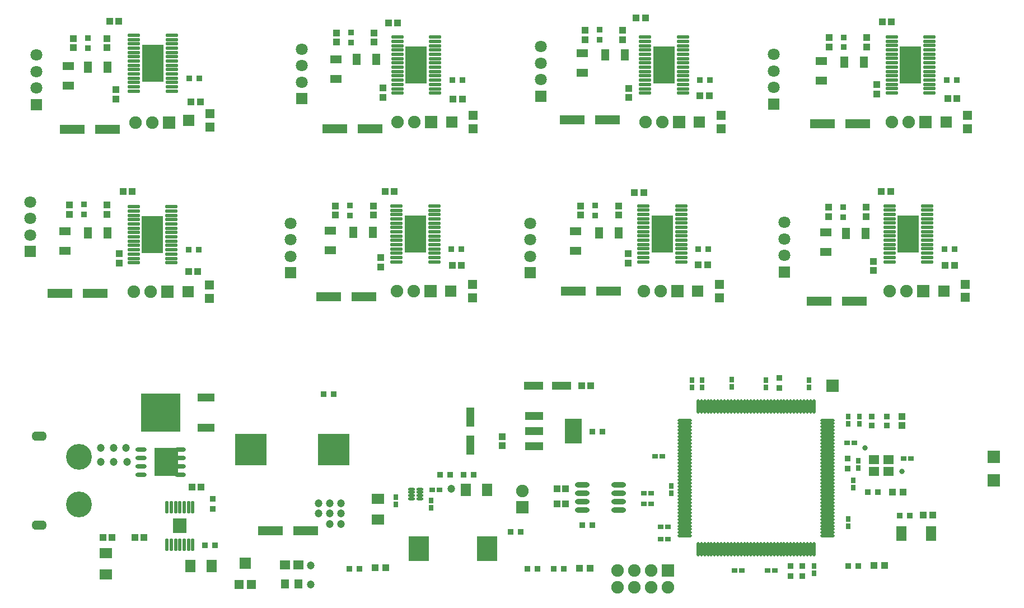
<source format=gts>
G04 Layer_Color=8388736*
%FSLAX25Y25*%
%MOIN*%
G70*
G01*
G75*
%ADD98R,0.04343X0.03950*%
%ADD99R,0.07097X0.05154*%
%ADD100R,0.03575X0.03802*%
%ADD101R,0.03950X0.04343*%
%ADD102R,0.03950X0.03950*%
%ADD103R,0.14579X0.05524*%
%ADD104R,0.04859X0.05821*%
%ADD105R,0.05951X0.05715*%
%ADD106R,0.06247X0.07203*%
%ADD107R,0.07203X0.06247*%
%ADD108R,0.10013X0.14973*%
%ADD109R,0.10642X0.05131*%
%ADD110R,0.11824X0.05131*%
%ADD111R,0.12312X0.14579*%
%ADD112R,0.02526X0.03511*%
%ADD113R,0.03511X0.02526*%
%ADD114O,0.04202X0.01902*%
%ADD115R,0.05154X0.07097*%
%ADD116R,0.05524X0.05524*%
%ADD117R,0.06706X0.07099*%
%ADD118R,0.03802X0.03575*%
%ADD119R,0.03802X0.03550*%
%ADD120R,0.23284X0.22644*%
%ADD121R,0.10284X0.04653*%
%ADD122R,0.18516X0.18516*%
%ADD123O,0.06699X0.02660*%
%ADD124R,0.14494X0.16935*%
%ADD125R,0.05131X0.11824*%
%ADD126R,0.12598X0.22441*%
%ADD127O,0.07617X0.02150*%
%ADD128R,0.06115X0.08674*%
%ADD129R,0.06312X0.05524*%
%ADD130R,0.07099X0.06706*%
%ADD131R,0.05524X0.05524*%
%ADD132R,0.08005X0.08891*%
%ADD133O,0.02150X0.07617*%
%ADD134O,0.01902X0.08674*%
%ADD135O,0.08674X0.01902*%
%ADD136R,0.03838X0.03972*%
%ADD137O,0.08851X0.03115*%
%ADD138R,0.07480X0.07480*%
%ADD139C,0.07480*%
%ADD140C,0.07099*%
%ADD141R,0.07099X0.06800*%
%ADD142O,0.09055X0.05512*%
%ADD143C,0.15354*%
%ADD144R,0.07493X0.07493*%
%ADD145C,0.07493*%
%ADD146R,0.07493X0.07493*%
%ADD147C,0.04737*%
%ADD148C,0.03162*%
D98*
X498500Y337244D02*
D03*
Y342756D02*
D03*
X204717Y237110D02*
D03*
Y242622D02*
D03*
X353218Y341610D02*
D03*
Y347122D02*
D03*
X205218Y340110D02*
D03*
Y345622D02*
D03*
X48500Y336744D02*
D03*
Y342256D02*
D03*
X74000Y311756D02*
D03*
Y306244D02*
D03*
X68500Y336744D02*
D03*
Y342256D02*
D03*
X542000Y111744D02*
D03*
Y117256D02*
D03*
X227717Y340110D02*
D03*
Y345622D02*
D03*
X233000Y312756D02*
D03*
Y307244D02*
D03*
X379366Y312539D02*
D03*
Y307027D02*
D03*
X375717Y341610D02*
D03*
Y347122D02*
D03*
X521067Y337209D02*
D03*
Y342721D02*
D03*
X68717Y237610D02*
D03*
Y243122D02*
D03*
X227218Y237110D02*
D03*
Y242622D02*
D03*
X373218Y237110D02*
D03*
Y242622D02*
D03*
X524925Y209539D02*
D03*
Y204027D02*
D03*
X520717Y236169D02*
D03*
Y241681D02*
D03*
X498217Y236169D02*
D03*
Y241681D02*
D03*
X46218Y237610D02*
D03*
Y243122D02*
D03*
X350717Y237110D02*
D03*
Y242622D02*
D03*
X304000Y105256D02*
D03*
Y99744D02*
D03*
X75866Y214038D02*
D03*
Y208526D02*
D03*
X526965Y314689D02*
D03*
Y309177D02*
D03*
X231500Y211756D02*
D03*
Y206244D02*
D03*
X378866Y214038D02*
D03*
Y208526D02*
D03*
D99*
X201500Y216178D02*
D03*
Y227822D02*
D03*
X45500Y314178D02*
D03*
Y325822D02*
D03*
X205000Y318178D02*
D03*
Y329822D02*
D03*
X351500Y321678D02*
D03*
Y333322D02*
D03*
X494000Y317178D02*
D03*
Y328822D02*
D03*
X43500Y215678D02*
D03*
Y227322D02*
D03*
X347500Y215678D02*
D03*
Y227322D02*
D03*
X496500Y215178D02*
D03*
Y226822D02*
D03*
D100*
X357534Y108000D02*
D03*
X363466D02*
D03*
X334568Y26377D02*
D03*
X340500D02*
D03*
X521534Y72000D02*
D03*
X527466D02*
D03*
X510034Y28000D02*
D03*
X515966D02*
D03*
X213034Y26627D02*
D03*
X218966D02*
D03*
X132966Y40500D02*
D03*
X127034D02*
D03*
X272966Y82500D02*
D03*
X267034D02*
D03*
X286966D02*
D03*
X281034D02*
D03*
X123466Y318500D02*
D03*
X117534D02*
D03*
X540534Y58084D02*
D03*
X546466D02*
D03*
X280184Y317366D02*
D03*
X274252D02*
D03*
X427683D02*
D03*
X421751D02*
D03*
X574533Y317464D02*
D03*
X568601D02*
D03*
X123184Y216366D02*
D03*
X117252D02*
D03*
X426684Y216866D02*
D03*
X420751D02*
D03*
X573183Y216925D02*
D03*
X567251D02*
D03*
X319034Y26500D02*
D03*
X324966D02*
D03*
X279683Y216866D02*
D03*
X273751D02*
D03*
X203432Y130500D02*
D03*
X197500D02*
D03*
X314966Y48500D02*
D03*
X309034D02*
D03*
X357432Y52500D02*
D03*
X351500D02*
D03*
D101*
X66244Y45000D02*
D03*
X71756D02*
D03*
X124756Y75000D02*
D03*
X119244D02*
D03*
X85244Y45230D02*
D03*
X90756D02*
D03*
X356756Y135500D02*
D03*
X351244D02*
D03*
X75756Y352500D02*
D03*
X70244D02*
D03*
X124256Y304500D02*
D03*
X118744D02*
D03*
X554744Y58500D02*
D03*
X560256D02*
D03*
X241756Y351500D02*
D03*
X236244D02*
D03*
X274744Y306000D02*
D03*
X280256D02*
D03*
X389256Y354500D02*
D03*
X383744D02*
D03*
X421744Y308000D02*
D03*
X427256D02*
D03*
X535756Y352000D02*
D03*
X530244D02*
D03*
X569244Y306500D02*
D03*
X574756D02*
D03*
X83756Y251000D02*
D03*
X78244D02*
D03*
X117244Y203500D02*
D03*
X122756D02*
D03*
X239756Y251000D02*
D03*
X234244D02*
D03*
X274244Y207000D02*
D03*
X279756D02*
D03*
X388256Y250500D02*
D03*
X382744D02*
D03*
X420744Y207500D02*
D03*
X426256D02*
D03*
X535256Y251000D02*
D03*
X529744D02*
D03*
X567744Y207000D02*
D03*
X573256D02*
D03*
D102*
X536352Y71986D02*
D03*
X542648Y72013D02*
D03*
X525352Y28359D02*
D03*
X531647Y28386D02*
D03*
X349852Y26736D02*
D03*
X356148Y26763D02*
D03*
X228352Y26986D02*
D03*
X234647Y27013D02*
D03*
D103*
X187067Y49000D02*
D03*
X166043D02*
D03*
X47989Y288000D02*
D03*
X69011D02*
D03*
X204206Y288366D02*
D03*
X225229D02*
D03*
X345706Y293866D02*
D03*
X366729D02*
D03*
X494556Y291464D02*
D03*
X515579D02*
D03*
X40706Y190366D02*
D03*
X61729D02*
D03*
X200706Y188366D02*
D03*
X221729D02*
D03*
X346206Y191866D02*
D03*
X367229D02*
D03*
X492706Y185925D02*
D03*
X513729D02*
D03*
D104*
X174743Y17389D02*
D03*
X182617D02*
D03*
D105*
X174680Y28889D02*
D03*
X182554D02*
D03*
D106*
X130825Y28000D02*
D03*
X118285D02*
D03*
X294770Y73500D02*
D03*
X282230D02*
D03*
D107*
X68000Y23230D02*
D03*
Y35770D02*
D03*
X230000Y68270D02*
D03*
Y55730D02*
D03*
D108*
X346193Y108500D02*
D03*
D109*
X322807Y99445D02*
D03*
Y108500D02*
D03*
Y117555D02*
D03*
D110*
X339268Y135500D02*
D03*
X322732D02*
D03*
D111*
X254104Y38500D02*
D03*
X294896D02*
D03*
D112*
X261500Y67146D02*
D03*
Y62854D02*
D03*
X240500Y64854D02*
D03*
Y69146D02*
D03*
X417000Y134354D02*
D03*
Y138646D02*
D03*
X461000Y134354D02*
D03*
Y138646D02*
D03*
X489500Y28146D02*
D03*
Y23854D02*
D03*
X516500Y117146D02*
D03*
Y112854D02*
D03*
X510000Y117146D02*
D03*
Y112854D02*
D03*
X513000Y74854D02*
D03*
Y79146D02*
D03*
X510000Y56146D02*
D03*
Y51854D02*
D03*
X516000Y90646D02*
D03*
Y86354D02*
D03*
X423000Y138646D02*
D03*
Y134354D02*
D03*
X486500D02*
D03*
Y138646D02*
D03*
X440500Y134854D02*
D03*
Y139146D02*
D03*
X404500Y71354D02*
D03*
Y75646D02*
D03*
D113*
X266646Y73500D02*
D03*
X262354D02*
D03*
X398354Y51500D02*
D03*
X402646D02*
D03*
Y44000D02*
D03*
X398354D02*
D03*
X446646Y25500D02*
D03*
X442354D02*
D03*
X466146D02*
D03*
X461854D02*
D03*
X509354Y101500D02*
D03*
X513646D02*
D03*
X399146Y93500D02*
D03*
X394854D02*
D03*
X547146Y92000D02*
D03*
X542854D02*
D03*
X388354Y65000D02*
D03*
X392646D02*
D03*
X388354Y71500D02*
D03*
X392646D02*
D03*
D114*
X250012Y73953D02*
D03*
Y71984D02*
D03*
Y70016D02*
D03*
Y68047D02*
D03*
X254988D02*
D03*
Y70016D02*
D03*
Y71984D02*
D03*
Y73953D02*
D03*
D115*
X68822Y325000D02*
D03*
X57178D02*
D03*
X229040Y329866D02*
D03*
X217395D02*
D03*
X377040Y332366D02*
D03*
X365395D02*
D03*
X519389Y327964D02*
D03*
X507745D02*
D03*
X68822Y226500D02*
D03*
X57178D02*
D03*
X227040Y226866D02*
D03*
X215395D02*
D03*
X373322Y226500D02*
D03*
X361678D02*
D03*
X520322Y226000D02*
D03*
X508678D02*
D03*
D116*
X129897Y297437D02*
D03*
Y289563D02*
D03*
X286615Y296303D02*
D03*
Y288429D02*
D03*
X434115Y296303D02*
D03*
Y288429D02*
D03*
X580965Y296402D02*
D03*
Y288527D02*
D03*
X129615Y195303D02*
D03*
Y187429D02*
D03*
X286115Y195803D02*
D03*
Y187929D02*
D03*
X433115Y195803D02*
D03*
Y187929D02*
D03*
X579615Y195862D02*
D03*
Y187988D02*
D03*
D117*
X117103Y293500D02*
D03*
X273820Y292366D02*
D03*
X421320D02*
D03*
X568169Y292464D02*
D03*
X116820Y191366D02*
D03*
X273320Y191866D02*
D03*
X420320D02*
D03*
X566820Y191925D02*
D03*
D118*
X469000Y139966D02*
D03*
Y134034D02*
D03*
X482500Y28114D02*
D03*
Y22182D02*
D03*
X475500Y27966D02*
D03*
Y22034D02*
D03*
X509500Y91966D02*
D03*
Y86034D02*
D03*
X131500Y67966D02*
D03*
Y62034D02*
D03*
X57105Y342466D02*
D03*
Y336534D02*
D03*
X213823Y345832D02*
D03*
Y339900D02*
D03*
X361823Y347332D02*
D03*
Y341400D02*
D03*
X507172Y342931D02*
D03*
Y336999D02*
D03*
X54823Y243332D02*
D03*
Y237400D02*
D03*
X213323Y242832D02*
D03*
Y236900D02*
D03*
X359323Y242832D02*
D03*
Y236900D02*
D03*
X506823Y241891D02*
D03*
Y235959D02*
D03*
D119*
X533000Y111744D02*
D03*
Y117255D02*
D03*
X524000Y111744D02*
D03*
Y117255D02*
D03*
D120*
X100521Y119500D02*
D03*
D121*
X127478Y128516D02*
D03*
X127480Y110485D02*
D03*
D122*
X154394Y97500D02*
D03*
X203606D02*
D03*
D123*
X89000D02*
D03*
Y92500D02*
D03*
Y87500D02*
D03*
Y82500D02*
D03*
X112386D02*
D03*
Y87500D02*
D03*
Y92500D02*
D03*
Y97500D02*
D03*
D124*
X103795Y90000D02*
D03*
D125*
X285000Y100232D02*
D03*
Y116768D02*
D03*
D126*
X95999Y327500D02*
D03*
X252717Y326366D02*
D03*
X400217D02*
D03*
X547066Y326465D02*
D03*
X95717Y225366D02*
D03*
X252217Y225866D02*
D03*
X399217Y225925D02*
D03*
X545717D02*
D03*
D127*
X107282Y310866D02*
D03*
Y313425D02*
D03*
Y315984D02*
D03*
Y318543D02*
D03*
Y321102D02*
D03*
Y323661D02*
D03*
Y326220D02*
D03*
Y328779D02*
D03*
Y331339D02*
D03*
Y333898D02*
D03*
Y336457D02*
D03*
Y339016D02*
D03*
Y341575D02*
D03*
Y344134D02*
D03*
X84718Y310866D02*
D03*
Y313425D02*
D03*
Y315984D02*
D03*
Y318543D02*
D03*
Y321102D02*
D03*
Y323661D02*
D03*
Y326220D02*
D03*
Y328779D02*
D03*
Y331339D02*
D03*
Y333898D02*
D03*
Y336457D02*
D03*
Y339016D02*
D03*
Y341575D02*
D03*
Y344134D02*
D03*
X264000Y309732D02*
D03*
Y312291D02*
D03*
Y314850D02*
D03*
Y317409D02*
D03*
Y319968D02*
D03*
Y322527D02*
D03*
Y325086D02*
D03*
Y327645D02*
D03*
Y330205D02*
D03*
Y332764D02*
D03*
Y335323D02*
D03*
Y337882D02*
D03*
Y340441D02*
D03*
Y343000D02*
D03*
X241435Y309732D02*
D03*
Y312291D02*
D03*
Y314850D02*
D03*
Y317409D02*
D03*
Y319968D02*
D03*
Y322527D02*
D03*
Y325086D02*
D03*
Y327645D02*
D03*
Y330205D02*
D03*
Y332764D02*
D03*
Y335323D02*
D03*
Y337882D02*
D03*
Y340441D02*
D03*
Y343000D02*
D03*
X411500Y309732D02*
D03*
Y312291D02*
D03*
Y314850D02*
D03*
Y317409D02*
D03*
Y319968D02*
D03*
Y322527D02*
D03*
Y325086D02*
D03*
Y327645D02*
D03*
Y330205D02*
D03*
Y332764D02*
D03*
Y335323D02*
D03*
Y337882D02*
D03*
Y340441D02*
D03*
Y343000D02*
D03*
X388935Y309732D02*
D03*
Y312291D02*
D03*
Y314850D02*
D03*
Y317409D02*
D03*
Y319968D02*
D03*
Y322527D02*
D03*
Y325086D02*
D03*
Y327645D02*
D03*
Y330205D02*
D03*
Y332764D02*
D03*
Y335323D02*
D03*
Y337882D02*
D03*
Y340441D02*
D03*
Y343000D02*
D03*
X558350Y309830D02*
D03*
Y312389D02*
D03*
Y314949D02*
D03*
Y317508D02*
D03*
Y320066D02*
D03*
Y322625D02*
D03*
Y325184D02*
D03*
Y327744D02*
D03*
Y330304D02*
D03*
Y332862D02*
D03*
Y335421D02*
D03*
Y337981D02*
D03*
Y340540D02*
D03*
Y343098D02*
D03*
X535784Y309830D02*
D03*
Y312389D02*
D03*
Y314949D02*
D03*
Y317508D02*
D03*
Y320066D02*
D03*
Y322625D02*
D03*
Y325184D02*
D03*
Y327744D02*
D03*
Y330304D02*
D03*
Y332862D02*
D03*
Y335421D02*
D03*
Y337981D02*
D03*
Y340540D02*
D03*
Y343098D02*
D03*
X107000Y208732D02*
D03*
Y211291D02*
D03*
Y213850D02*
D03*
Y216409D02*
D03*
Y218968D02*
D03*
Y221527D02*
D03*
Y224086D02*
D03*
Y226645D02*
D03*
Y229205D02*
D03*
Y231764D02*
D03*
Y234323D02*
D03*
Y236882D02*
D03*
Y239441D02*
D03*
Y242000D02*
D03*
X84435Y208732D02*
D03*
Y211291D02*
D03*
Y213850D02*
D03*
Y216409D02*
D03*
Y218968D02*
D03*
Y221527D02*
D03*
Y224086D02*
D03*
Y226645D02*
D03*
Y229205D02*
D03*
Y231764D02*
D03*
Y234323D02*
D03*
Y236882D02*
D03*
Y239441D02*
D03*
Y242000D02*
D03*
X263500Y209232D02*
D03*
Y211791D02*
D03*
Y214350D02*
D03*
Y216909D02*
D03*
Y219468D02*
D03*
Y222027D02*
D03*
Y224586D02*
D03*
Y227145D02*
D03*
Y229705D02*
D03*
Y232264D02*
D03*
Y234823D02*
D03*
Y237382D02*
D03*
Y239941D02*
D03*
Y242500D02*
D03*
X240935Y209232D02*
D03*
Y211791D02*
D03*
Y214350D02*
D03*
Y216909D02*
D03*
Y219468D02*
D03*
Y222027D02*
D03*
Y224586D02*
D03*
Y227145D02*
D03*
Y229705D02*
D03*
Y232264D02*
D03*
Y234823D02*
D03*
Y237382D02*
D03*
Y239941D02*
D03*
Y242500D02*
D03*
X410500Y209291D02*
D03*
Y211850D02*
D03*
Y214409D02*
D03*
Y216968D02*
D03*
Y219527D02*
D03*
Y222086D02*
D03*
Y224645D02*
D03*
Y227204D02*
D03*
Y229764D02*
D03*
Y232323D02*
D03*
Y234882D02*
D03*
Y237441D02*
D03*
Y240000D02*
D03*
Y242559D02*
D03*
X387935Y209291D02*
D03*
Y211850D02*
D03*
Y214409D02*
D03*
Y216968D02*
D03*
Y219527D02*
D03*
Y222086D02*
D03*
Y224645D02*
D03*
Y227204D02*
D03*
Y229764D02*
D03*
Y232323D02*
D03*
Y234882D02*
D03*
Y237441D02*
D03*
Y240000D02*
D03*
Y242559D02*
D03*
X557000Y209291D02*
D03*
Y211850D02*
D03*
Y214409D02*
D03*
Y216968D02*
D03*
Y219527D02*
D03*
Y222086D02*
D03*
Y224645D02*
D03*
Y227204D02*
D03*
Y229764D02*
D03*
Y232323D02*
D03*
Y234882D02*
D03*
Y237441D02*
D03*
Y240000D02*
D03*
Y242559D02*
D03*
X534435Y209291D02*
D03*
Y211850D02*
D03*
Y214409D02*
D03*
Y216968D02*
D03*
Y219527D02*
D03*
Y222086D02*
D03*
Y224645D02*
D03*
Y227204D02*
D03*
Y229764D02*
D03*
Y232323D02*
D03*
Y234882D02*
D03*
Y237441D02*
D03*
Y240000D02*
D03*
Y242559D02*
D03*
D128*
X559358Y47500D02*
D03*
X541642D02*
D03*
D129*
X525169Y91445D02*
D03*
X533831D02*
D03*
Y84555D02*
D03*
X525169D02*
D03*
D130*
X151000Y29800D02*
D03*
D131*
X154740Y17200D02*
D03*
X147260D02*
D03*
D132*
X112000Y52000D02*
D03*
D133*
X119677Y63282D02*
D03*
X117118D02*
D03*
X114559D02*
D03*
X112000D02*
D03*
X109441D02*
D03*
X106882D02*
D03*
X104323D02*
D03*
X119677Y40717D02*
D03*
X117118D02*
D03*
X114559D02*
D03*
X112000D02*
D03*
X109441D02*
D03*
X106882D02*
D03*
X104323D02*
D03*
D134*
X489449Y37980D02*
D03*
X487480D02*
D03*
X485512D02*
D03*
X483543D02*
D03*
X481575D02*
D03*
X479606D02*
D03*
X477638D02*
D03*
X475669D02*
D03*
X473701D02*
D03*
X471732D02*
D03*
X469764D02*
D03*
X467795D02*
D03*
X465827D02*
D03*
X463858D02*
D03*
X461890D02*
D03*
X459921D02*
D03*
X457953D02*
D03*
X455984D02*
D03*
X454016D02*
D03*
X452047D02*
D03*
X450079D02*
D03*
X448110D02*
D03*
X446142D02*
D03*
X444173D02*
D03*
X442205D02*
D03*
X440236D02*
D03*
X438268D02*
D03*
X436299D02*
D03*
X434331D02*
D03*
X432362D02*
D03*
X430394D02*
D03*
X428425D02*
D03*
X426457D02*
D03*
X424488D02*
D03*
X422520D02*
D03*
X420551D02*
D03*
Y123020D02*
D03*
X422520D02*
D03*
X424488D02*
D03*
X426457D02*
D03*
X428425D02*
D03*
X430394D02*
D03*
X432362D02*
D03*
X434331D02*
D03*
X436299D02*
D03*
X438268D02*
D03*
X440236D02*
D03*
X442205D02*
D03*
X444173D02*
D03*
X446142D02*
D03*
X448110D02*
D03*
X450079D02*
D03*
X452047D02*
D03*
X454016D02*
D03*
X455984D02*
D03*
X457953D02*
D03*
X459921D02*
D03*
X461890D02*
D03*
X463858D02*
D03*
X465827D02*
D03*
X467795D02*
D03*
X469764D02*
D03*
X471732D02*
D03*
X473701D02*
D03*
X475669D02*
D03*
X477638D02*
D03*
X479606D02*
D03*
X481575D02*
D03*
X483543D02*
D03*
X485512D02*
D03*
X487480D02*
D03*
X489449D02*
D03*
D135*
X412480Y46051D02*
D03*
Y48020D02*
D03*
Y49988D02*
D03*
Y51957D02*
D03*
Y53925D02*
D03*
Y55894D02*
D03*
Y57862D02*
D03*
Y59831D02*
D03*
Y61799D02*
D03*
Y63768D02*
D03*
Y65736D02*
D03*
Y67705D02*
D03*
Y69673D02*
D03*
Y71642D02*
D03*
Y73610D02*
D03*
Y75579D02*
D03*
Y77547D02*
D03*
Y79516D02*
D03*
Y81484D02*
D03*
Y83453D02*
D03*
Y85421D02*
D03*
Y87390D02*
D03*
Y89358D02*
D03*
Y91327D02*
D03*
Y93295D02*
D03*
Y95264D02*
D03*
Y97232D02*
D03*
Y99201D02*
D03*
Y101169D02*
D03*
Y103138D02*
D03*
Y105106D02*
D03*
Y107075D02*
D03*
Y109043D02*
D03*
Y111012D02*
D03*
Y112980D02*
D03*
Y114949D02*
D03*
X497520D02*
D03*
Y112980D02*
D03*
Y111012D02*
D03*
Y109043D02*
D03*
Y107075D02*
D03*
Y105106D02*
D03*
Y103138D02*
D03*
Y101169D02*
D03*
Y99201D02*
D03*
Y97232D02*
D03*
Y95264D02*
D03*
Y93295D02*
D03*
Y91327D02*
D03*
Y89358D02*
D03*
Y87390D02*
D03*
Y85421D02*
D03*
Y83453D02*
D03*
Y81484D02*
D03*
Y79516D02*
D03*
Y77547D02*
D03*
Y75579D02*
D03*
Y73610D02*
D03*
Y71642D02*
D03*
Y69673D02*
D03*
Y67705D02*
D03*
Y65736D02*
D03*
Y63768D02*
D03*
Y61799D02*
D03*
Y59831D02*
D03*
Y57862D02*
D03*
Y55894D02*
D03*
Y53925D02*
D03*
Y51957D02*
D03*
Y49988D02*
D03*
Y48020D02*
D03*
Y46051D02*
D03*
D136*
X336553Y65000D02*
D03*
Y74000D02*
D03*
X341447D02*
D03*
Y65000D02*
D03*
D137*
X351585Y76500D02*
D03*
Y61500D02*
D03*
X373415Y76500D02*
D03*
Y71500D02*
D03*
Y66500D02*
D03*
Y61500D02*
D03*
X351585Y71500D02*
D03*
Y66500D02*
D03*
D138*
X316000Y63079D02*
D03*
D139*
Y72921D02*
D03*
D140*
X26500Y332343D02*
D03*
Y322500D02*
D03*
Y312658D02*
D03*
X184500Y316158D02*
D03*
Y326000D02*
D03*
Y335843D02*
D03*
X327000Y317658D02*
D03*
Y327500D02*
D03*
Y337343D02*
D03*
X465500Y313079D02*
D03*
Y322921D02*
D03*
Y332764D02*
D03*
X23000Y225158D02*
D03*
Y235000D02*
D03*
Y244843D02*
D03*
X178000Y212499D02*
D03*
Y222341D02*
D03*
Y232185D02*
D03*
X320500Y212579D02*
D03*
Y222421D02*
D03*
Y232264D02*
D03*
X472000Y213079D02*
D03*
Y222921D02*
D03*
Y232764D02*
D03*
D141*
X26500Y302815D02*
D03*
X184500Y306315D02*
D03*
X327000Y307815D02*
D03*
X465500Y303236D02*
D03*
X23000Y215315D02*
D03*
X178000Y202657D02*
D03*
X320500Y202736D02*
D03*
X472000Y203236D02*
D03*
D142*
X28189Y52425D02*
D03*
Y105575D02*
D03*
D143*
X51811Y64827D02*
D03*
Y93173D02*
D03*
D144*
X500500Y135500D02*
D03*
X596500Y93000D02*
D03*
D145*
X372500Y15500D02*
D03*
Y25500D02*
D03*
X382500Y15500D02*
D03*
Y25500D02*
D03*
X392500Y15500D02*
D03*
Y25500D02*
D03*
X402500Y15500D02*
D03*
X95500Y292000D02*
D03*
X85500D02*
D03*
X251717Y292366D02*
D03*
X241718D02*
D03*
X399218D02*
D03*
X389217D02*
D03*
X546067Y292464D02*
D03*
X536067D02*
D03*
X94718Y191366D02*
D03*
X84718D02*
D03*
X251218Y191866D02*
D03*
X241217D02*
D03*
X398218D02*
D03*
X388217D02*
D03*
X544718Y191925D02*
D03*
X534718D02*
D03*
D146*
X402500Y25500D02*
D03*
X105500Y292000D02*
D03*
X596500Y79000D02*
D03*
X261718Y292366D02*
D03*
X409218D02*
D03*
X556067Y292464D02*
D03*
X104718Y191366D02*
D03*
X261217Y191866D02*
D03*
X408217D02*
D03*
X554717Y191925D02*
D03*
D147*
X80500Y90000D02*
D03*
X72500D02*
D03*
X65000D02*
D03*
X80000Y98500D02*
D03*
X72500D02*
D03*
X65000D02*
D03*
X273500Y74000D02*
D03*
X208000Y53000D02*
D03*
X201250D02*
D03*
X208000Y59500D02*
D03*
X201250D02*
D03*
X194500D02*
D03*
X208000Y65500D02*
D03*
X201250D02*
D03*
X194500D02*
D03*
X190000Y17000D02*
D03*
Y28500D02*
D03*
D148*
X542000Y84500D02*
D03*
X520000Y98500D02*
D03*
M02*

</source>
